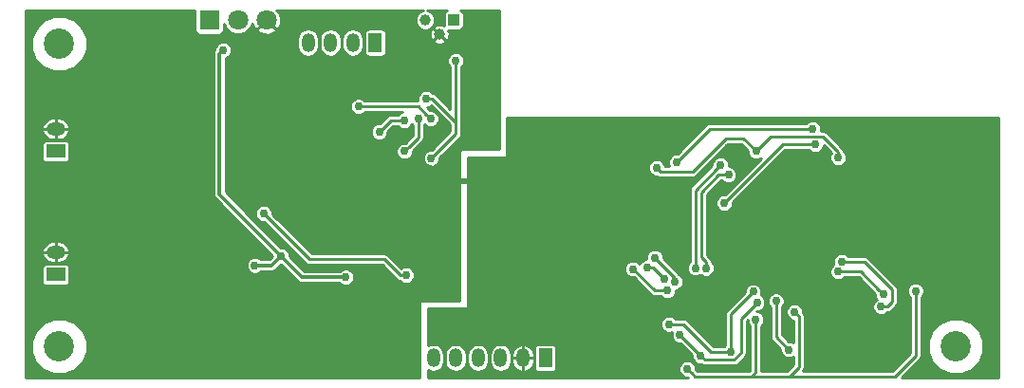
<source format=gbr>
G04 #@! TF.FileFunction,Copper,L2,Bot,Mixed*
%FSLAX46Y46*%
G04 Gerber Fmt 4.6, Leading zero omitted, Abs format (unit mm)*
G04 Created by KiCad (PCBNEW 4.0.7) date 11/13/17 09:47:40*
%MOMM*%
%LPD*%
G01*
G04 APERTURE LIST*
%ADD10C,0.100000*%
%ADD11R,1.200000X1.700000*%
%ADD12O,1.200000X1.700000*%
%ADD13C,2.700000*%
%ADD14R,1.700000X1.200000*%
%ADD15O,1.700000X1.200000*%
%ADD16R,1.800000X1.800000*%
%ADD17C,1.800000*%
%ADD18C,1.000000*%
%ADD19R,1.000000X1.000000*%
%ADD20C,0.750000*%
%ADD21C,0.500000*%
%ADD22C,0.250000*%
%ADD23C,0.300000*%
%ADD24C,0.254000*%
G04 APERTURE END LIST*
D10*
D11*
X114400000Y-74400000D03*
D12*
X112400000Y-74400000D03*
X110400000Y-74400000D03*
X108400000Y-74400000D03*
D13*
X166200000Y-101500000D03*
X86200000Y-101500000D03*
D14*
X85900000Y-95100000D03*
D15*
X85900000Y-93100000D03*
D11*
X129575000Y-102550000D03*
D12*
X127575000Y-102550000D03*
X125575000Y-102550000D03*
X123575000Y-102550000D03*
X121575000Y-102550000D03*
X119575000Y-102550000D03*
D16*
X99600000Y-72400000D03*
D17*
X104680000Y-72400000D03*
X102140000Y-72400000D03*
D18*
X120130000Y-73670000D03*
X118860000Y-72400000D03*
D19*
X121400000Y-72400000D03*
D14*
X85900000Y-84100000D03*
D15*
X85900000Y-82100000D03*
D13*
X86200000Y-74500000D03*
D20*
X161647987Y-89091017D03*
X160050000Y-90250000D03*
X158274941Y-90274668D03*
X111167384Y-96285193D03*
X159150000Y-102850000D03*
X168700000Y-84400000D03*
X158700000Y-83750000D03*
X151950000Y-92500000D03*
X149550000Y-90900000D03*
X151700000Y-87850000D03*
X153500000Y-87850000D03*
X154250000Y-89900000D03*
X149750000Y-87900000D03*
X149700000Y-92350000D03*
X154200000Y-92400000D03*
X106550000Y-89500000D03*
X157350000Y-87600000D03*
X159000000Y-87600000D03*
X160200000Y-86450000D03*
X160200000Y-84400000D03*
X160200000Y-81900000D03*
X157650000Y-81900000D03*
X164450000Y-98000000D03*
X168700000Y-99200000D03*
X168700000Y-96700000D03*
X168700000Y-94200000D03*
X168700000Y-91700000D03*
X163700000Y-89200000D03*
X168700000Y-89200000D03*
X168700000Y-86900000D03*
X166200000Y-86900000D03*
X163700000Y-86900000D03*
X163700000Y-84400000D03*
X166200000Y-84400000D03*
X168700000Y-81900000D03*
X166200000Y-81900000D03*
X163700000Y-81900000D03*
X155550000Y-81900000D03*
X143525000Y-96925000D03*
X143525000Y-98825000D03*
X144700000Y-95469697D03*
X160192659Y-95028558D03*
X154242798Y-88702708D03*
X154500000Y-102550000D03*
X137080000Y-88370000D03*
X146874998Y-95000000D03*
X129600000Y-87150000D03*
X145850000Y-83800000D03*
X164400000Y-92650000D03*
X112954653Y-78754812D03*
X123900000Y-78050000D03*
X122650000Y-80200000D03*
X132900000Y-101950000D03*
X111500000Y-100050000D03*
X116350000Y-98050000D03*
X104850000Y-101100000D03*
X106200000Y-95975002D03*
X107150000Y-82100000D03*
X103654847Y-94276660D03*
X111772868Y-95335905D03*
X100850000Y-75050000D03*
X106000000Y-93450000D03*
X142235036Y-103509640D03*
X148356173Y-99124216D03*
X155700000Y-84675002D03*
X139500000Y-85550000D03*
X148375002Y-84100000D03*
X151800000Y-98424998D03*
X162600000Y-96550000D03*
X119400000Y-84700000D03*
X121600000Y-76000000D03*
X118950000Y-79400000D03*
X104450000Y-89650000D03*
X117150000Y-95150000D03*
X153644736Y-83505913D03*
X145538250Y-88711335D03*
X153428871Y-82077721D03*
X141305746Y-85056661D03*
X140454423Y-96542845D03*
X137401698Y-94601921D03*
X140215332Y-95512156D03*
X138662900Y-94499156D03*
X141140829Y-95726579D03*
X139342591Y-93585011D03*
X143421731Y-102342267D03*
X141587540Y-100483335D03*
X148450000Y-97600000D03*
X146111942Y-102013907D03*
X140600000Y-99525002D03*
X148112178Y-96629933D03*
X159735796Y-96849322D03*
X155700000Y-94850000D03*
X150149987Y-97469682D03*
X151300000Y-101800000D03*
X119328343Y-81192289D03*
X112900000Y-80100000D03*
X114751369Y-82368560D03*
X116969985Y-81350011D03*
X145212175Y-85324679D03*
X142948434Y-94520044D03*
X143916066Y-94531261D03*
X145910984Y-86200022D03*
X117000000Y-84100056D03*
X118250000Y-81200000D03*
X156016180Y-93954157D03*
X159530025Y-97969975D03*
D21*
X128719670Y-86800000D02*
X109250000Y-86800000D01*
X109250000Y-86800000D02*
X106550000Y-89500000D01*
X129600000Y-87150000D02*
X129069670Y-87150000D01*
X129069670Y-87150000D02*
X128719670Y-86800000D01*
D22*
X154617797Y-88327709D02*
X154242798Y-88702708D01*
X122650000Y-80200000D02*
X122650000Y-79300000D01*
X122650000Y-79300000D02*
X123900000Y-78050000D01*
D23*
X106000000Y-93450000D02*
X100507262Y-87957262D01*
X100507262Y-87957262D02*
X100507262Y-75392738D01*
X100507262Y-75392738D02*
X100850000Y-75050000D01*
X104185177Y-94276660D02*
X103654847Y-94276660D01*
X105173340Y-94276660D02*
X104185177Y-94276660D01*
X106000000Y-93450000D02*
X105173340Y-94276660D01*
X111242538Y-95335905D02*
X111772868Y-95335905D01*
X107885905Y-95335905D02*
X111242538Y-95335905D01*
X106000000Y-93450000D02*
X107885905Y-95335905D01*
D22*
X148000000Y-104175000D02*
X142900396Y-104175000D01*
X142610035Y-103884639D02*
X142235036Y-103509640D01*
X142900396Y-104175000D02*
X142610035Y-103884639D01*
X148000000Y-104175000D02*
X148000000Y-104172990D01*
X148000000Y-104172990D02*
X148356173Y-103816817D01*
X148356173Y-103816817D02*
X148356173Y-99654546D01*
X148356173Y-99654546D02*
X148356173Y-99124216D01*
X155700000Y-84675002D02*
X155700000Y-84144672D01*
X155700000Y-84144672D02*
X154361240Y-82805912D01*
X154361240Y-82805912D02*
X149669090Y-82805912D01*
X149669090Y-82805912D02*
X148750001Y-83725001D01*
X148750001Y-83725001D02*
X148375002Y-84100000D01*
X151325000Y-104175000D02*
X148000000Y-104175000D01*
X160750000Y-104175000D02*
X151325000Y-104175000D01*
X151800000Y-98424998D02*
X152174999Y-98799997D01*
X152174999Y-98799997D02*
X152174999Y-103325001D01*
X152174999Y-103325001D02*
X151325000Y-104175000D01*
X162600000Y-96550000D02*
X162600000Y-102325000D01*
X162600000Y-102325000D02*
X160750000Y-104175000D01*
X145663998Y-82950000D02*
X147225002Y-82950000D01*
X147225002Y-82950000D02*
X148375002Y-84100000D01*
X139500000Y-85550000D02*
X139874999Y-85924999D01*
X139874999Y-85924999D02*
X142688999Y-85924999D01*
X142688999Y-85924999D02*
X145663998Y-82950000D01*
X121600000Y-76000000D02*
X121600000Y-81550000D01*
X121600000Y-81550000D02*
X121600000Y-82500000D01*
X118950000Y-79400000D02*
X119480330Y-79400000D01*
X119480330Y-79400000D02*
X121600000Y-81519670D01*
X121600000Y-81519670D02*
X121600000Y-81550000D01*
X121600000Y-82500000D02*
X119400000Y-84700000D01*
X115219670Y-93750000D02*
X108550000Y-93750000D01*
X108550000Y-93750000D02*
X104450000Y-89650000D01*
X117150000Y-95150000D02*
X116619670Y-95150000D01*
X116619670Y-95150000D02*
X115219670Y-93750000D01*
X145538250Y-88711335D02*
X150743672Y-83505913D01*
X150743672Y-83505913D02*
X153644736Y-83505913D01*
X152898541Y-82077721D02*
X153428871Y-82077721D01*
X144284686Y-82077721D02*
X152898541Y-82077721D01*
X141305746Y-85056661D02*
X144284686Y-82077721D01*
X139924093Y-96542845D02*
X140454423Y-96542845D01*
X137401698Y-94601921D02*
X139342622Y-96542845D01*
X139342622Y-96542845D02*
X139924093Y-96542845D01*
X139840333Y-95137157D02*
X140215332Y-95512156D01*
X138662900Y-94499156D02*
X139202332Y-94499156D01*
X139202332Y-94499156D02*
X139840333Y-95137157D01*
X139342591Y-93585011D02*
X141140829Y-95383249D01*
X141140829Y-95383249D02*
X141140829Y-95726579D01*
X148450000Y-97600000D02*
X147010773Y-99039227D01*
X147010773Y-99039227D02*
X147010773Y-102107084D01*
X147010773Y-102107084D02*
X146400591Y-102717266D01*
X146400591Y-102717266D02*
X143796730Y-102717266D01*
X143796730Y-102717266D02*
X143421731Y-102342267D01*
X143421731Y-102317526D02*
X143421731Y-102342267D01*
X141587540Y-100483335D02*
X143421731Y-102317526D01*
X140600000Y-99525002D02*
X141876886Y-99525002D01*
X141876886Y-99525002D02*
X144365791Y-102013907D01*
X144365791Y-102013907D02*
X146111942Y-102013907D01*
X146111942Y-101483577D02*
X146111942Y-102013907D01*
X148112178Y-96629933D02*
X146111942Y-98630169D01*
X146111942Y-98630169D02*
X146111942Y-101483577D01*
X157736474Y-94850000D02*
X159360797Y-96474323D01*
X155700000Y-94850000D02*
X157736474Y-94850000D01*
X159360797Y-96474323D02*
X159735796Y-96849322D01*
X150149987Y-100649987D02*
X150149987Y-98000012D01*
X151300000Y-101800000D02*
X150149987Y-100649987D01*
X150149987Y-98000012D02*
X150149987Y-97469682D01*
X118236054Y-80100000D02*
X118953344Y-80817290D01*
X112900000Y-80100000D02*
X118236054Y-80100000D01*
X118953344Y-80817290D02*
X119328343Y-81192289D01*
X115126368Y-81993561D02*
X114751369Y-82368560D01*
X116969985Y-81350011D02*
X115769918Y-81350011D01*
X115769918Y-81350011D02*
X115126368Y-81993561D01*
X142948434Y-87588420D02*
X144837176Y-85699678D01*
X142948434Y-94520044D02*
X142948434Y-87588420D01*
X144837176Y-85699678D02*
X145212175Y-85324679D01*
X145910984Y-86200022D02*
X145040046Y-86200022D01*
X145040046Y-86200022D02*
X143482739Y-87757329D01*
X143482739Y-87757329D02*
X143482739Y-93567604D01*
X143482739Y-93567604D02*
X143916066Y-94000931D01*
X143916066Y-94000931D02*
X143916066Y-94531261D01*
X118250000Y-82850056D02*
X117374999Y-83725057D01*
X118250000Y-81200000D02*
X118250000Y-82850056D01*
X117374999Y-83725057D02*
X117000000Y-84100056D01*
X160533043Y-97497287D02*
X160533043Y-96416075D01*
X159530025Y-97969975D02*
X160060355Y-97969975D01*
X160060355Y-97969975D02*
X160533043Y-97497287D01*
X160533043Y-96416075D02*
X158071125Y-93954157D01*
X156546510Y-93954157D02*
X156016180Y-93954157D01*
X158071125Y-93954157D02*
X156546510Y-93954157D01*
D24*
G36*
X169973000Y-104273000D02*
X161367592Y-104273000D01*
X162957796Y-102682796D01*
X163067483Y-102518638D01*
X163106000Y-102325000D01*
X163106000Y-101990544D01*
X163722571Y-101990544D01*
X164098877Y-102901275D01*
X164795060Y-103598674D01*
X165705133Y-103976569D01*
X166690544Y-103977429D01*
X167601275Y-103601123D01*
X168298674Y-102904940D01*
X168676569Y-101994867D01*
X168677429Y-101009456D01*
X168301123Y-100098725D01*
X167604940Y-99401326D01*
X166694867Y-99023431D01*
X165709456Y-99022571D01*
X164798725Y-99398877D01*
X164101326Y-100095060D01*
X163723431Y-101005133D01*
X163722571Y-101990544D01*
X163106000Y-101990544D01*
X163106000Y-97113096D01*
X163240532Y-96978799D01*
X163355869Y-96701037D01*
X163356131Y-96400282D01*
X163241279Y-96122320D01*
X163028799Y-95909468D01*
X162751037Y-95794131D01*
X162450282Y-95793869D01*
X162172320Y-95908721D01*
X161959468Y-96121201D01*
X161844131Y-96398963D01*
X161843869Y-96699718D01*
X161958721Y-96977680D01*
X162094000Y-97113196D01*
X162094000Y-102115408D01*
X160540408Y-103669000D01*
X152542014Y-103669000D01*
X152642482Y-103518639D01*
X152680999Y-103325001D01*
X152680999Y-98799997D01*
X152642482Y-98606359D01*
X152555955Y-98476863D01*
X152556131Y-98275280D01*
X152441279Y-97997318D01*
X152228799Y-97784466D01*
X151951037Y-97669129D01*
X151650282Y-97668867D01*
X151372320Y-97783719D01*
X151159468Y-97996199D01*
X151044131Y-98273961D01*
X151043869Y-98574716D01*
X151158721Y-98852678D01*
X151371201Y-99065530D01*
X151648963Y-99180867D01*
X151668999Y-99180884D01*
X151668999Y-101134637D01*
X151451037Y-101044131D01*
X151259556Y-101043964D01*
X150655987Y-100440395D01*
X150655987Y-98032778D01*
X150790519Y-97898481D01*
X150905856Y-97620719D01*
X150906118Y-97319964D01*
X150791266Y-97042002D01*
X150578786Y-96829150D01*
X150301024Y-96713813D01*
X150000269Y-96713551D01*
X149722307Y-96828403D01*
X149509455Y-97040883D01*
X149394118Y-97318645D01*
X149393856Y-97619400D01*
X149508708Y-97897362D01*
X149643987Y-98032878D01*
X149643987Y-100649987D01*
X149682504Y-100843625D01*
X149792191Y-101007783D01*
X150544035Y-101759627D01*
X150543869Y-101949718D01*
X150658721Y-102227680D01*
X150871201Y-102440532D01*
X151148963Y-102555869D01*
X151449718Y-102556131D01*
X151668999Y-102465526D01*
X151668999Y-103115409D01*
X151115408Y-103669000D01*
X148862173Y-103669000D01*
X148862173Y-99687312D01*
X148996705Y-99553015D01*
X149112042Y-99275253D01*
X149112304Y-98974498D01*
X148997452Y-98696536D01*
X148784972Y-98483684D01*
X148507210Y-98368347D01*
X148397341Y-98368251D01*
X148409627Y-98355965D01*
X148599718Y-98356131D01*
X148877680Y-98241279D01*
X149090532Y-98028799D01*
X149205869Y-97751037D01*
X149206131Y-97450282D01*
X149091279Y-97172320D01*
X148878799Y-96959468D01*
X148806410Y-96929409D01*
X148868047Y-96780970D01*
X148868309Y-96480215D01*
X148753457Y-96202253D01*
X148540977Y-95989401D01*
X148263215Y-95874064D01*
X147962460Y-95873802D01*
X147684498Y-95988654D01*
X147471646Y-96201134D01*
X147356309Y-96478896D01*
X147356142Y-96670377D01*
X145754146Y-98272373D01*
X145644459Y-98436531D01*
X145605942Y-98630169D01*
X145605942Y-101450811D01*
X145548746Y-101507907D01*
X144575383Y-101507907D01*
X142234682Y-99167206D01*
X142070524Y-99057519D01*
X141876886Y-99019002D01*
X141163096Y-99019002D01*
X141028799Y-98884470D01*
X140751037Y-98769133D01*
X140450282Y-98768871D01*
X140172320Y-98883723D01*
X139959468Y-99096203D01*
X139844131Y-99373965D01*
X139843869Y-99674720D01*
X139958721Y-99952682D01*
X140171201Y-100165534D01*
X140448963Y-100280871D01*
X140749718Y-100281133D01*
X140874290Y-100229661D01*
X140831671Y-100332298D01*
X140831409Y-100633053D01*
X140946261Y-100911015D01*
X141158741Y-101123867D01*
X141436503Y-101239204D01*
X141627984Y-101239371D01*
X142665787Y-102277174D01*
X142665600Y-102491985D01*
X142780452Y-102769947D01*
X142992932Y-102982799D01*
X143270694Y-103098136D01*
X143473731Y-103098313D01*
X143603092Y-103184749D01*
X143796730Y-103223266D01*
X146400591Y-103223266D01*
X146594229Y-103184749D01*
X146758387Y-103075062D01*
X147368569Y-102464880D01*
X147430828Y-102371703D01*
X147478256Y-102300722D01*
X147516773Y-102107084D01*
X147516773Y-99248819D01*
X147600137Y-99165455D01*
X147600042Y-99273934D01*
X147714894Y-99551896D01*
X147850173Y-99687412D01*
X147850173Y-103607225D01*
X147788398Y-103669000D01*
X143109988Y-103669000D01*
X142991001Y-103550013D01*
X142991167Y-103359922D01*
X142876315Y-103081960D01*
X142663835Y-102869108D01*
X142386073Y-102753771D01*
X142085318Y-102753509D01*
X141807356Y-102868361D01*
X141594504Y-103080841D01*
X141479167Y-103358603D01*
X141478905Y-103659358D01*
X141593757Y-103937320D01*
X141806237Y-104150172D01*
X142083999Y-104265509D01*
X142275480Y-104265676D01*
X142282804Y-104273000D01*
X119077000Y-104273000D01*
X119077000Y-103648533D01*
X119199588Y-103730443D01*
X119575000Y-103805117D01*
X119950412Y-103730443D01*
X120268672Y-103517789D01*
X120481326Y-103199529D01*
X120556000Y-102824117D01*
X120556000Y-102275883D01*
X120594000Y-102275883D01*
X120594000Y-102824117D01*
X120668674Y-103199529D01*
X120881328Y-103517789D01*
X121199588Y-103730443D01*
X121575000Y-103805117D01*
X121950412Y-103730443D01*
X122268672Y-103517789D01*
X122481326Y-103199529D01*
X122556000Y-102824117D01*
X122556000Y-102275883D01*
X122594000Y-102275883D01*
X122594000Y-102824117D01*
X122668674Y-103199529D01*
X122881328Y-103517789D01*
X123199588Y-103730443D01*
X123575000Y-103805117D01*
X123950412Y-103730443D01*
X124268672Y-103517789D01*
X124481326Y-103199529D01*
X124556000Y-102824117D01*
X124556000Y-102275883D01*
X124594000Y-102275883D01*
X124594000Y-102824117D01*
X124668674Y-103199529D01*
X124881328Y-103517789D01*
X125199588Y-103730443D01*
X125575000Y-103805117D01*
X125950412Y-103730443D01*
X126268672Y-103517789D01*
X126481326Y-103199529D01*
X126556000Y-102824117D01*
X126556000Y-102550500D01*
X126593000Y-102550500D01*
X126593000Y-102800500D01*
X126667942Y-103176257D01*
X126880975Y-103494732D01*
X127199667Y-103707441D01*
X127420888Y-103769832D01*
X127574500Y-103686500D01*
X127574500Y-102550500D01*
X127575500Y-102550500D01*
X127575500Y-103686500D01*
X127729112Y-103769832D01*
X127950333Y-103707441D01*
X128269025Y-103494732D01*
X128482058Y-103176257D01*
X128557000Y-102800500D01*
X128557000Y-102550500D01*
X127575500Y-102550500D01*
X127574500Y-102550500D01*
X126593000Y-102550500D01*
X126556000Y-102550500D01*
X126556000Y-102299500D01*
X126593000Y-102299500D01*
X126593000Y-102549500D01*
X127574500Y-102549500D01*
X127574500Y-101413500D01*
X127575500Y-101413500D01*
X127575500Y-102549500D01*
X128557000Y-102549500D01*
X128557000Y-102299500D01*
X128482058Y-101923743D01*
X128332393Y-101700000D01*
X128586536Y-101700000D01*
X128586536Y-103400000D01*
X128613103Y-103541190D01*
X128696546Y-103670865D01*
X128823866Y-103757859D01*
X128975000Y-103788464D01*
X130175000Y-103788464D01*
X130316190Y-103761897D01*
X130445865Y-103678454D01*
X130532859Y-103551134D01*
X130563464Y-103400000D01*
X130563464Y-101700000D01*
X130536897Y-101558810D01*
X130453454Y-101429135D01*
X130326134Y-101342141D01*
X130175000Y-101311536D01*
X128975000Y-101311536D01*
X128833810Y-101338103D01*
X128704135Y-101421546D01*
X128617141Y-101548866D01*
X128586536Y-101700000D01*
X128332393Y-101700000D01*
X128269025Y-101605268D01*
X127950333Y-101392559D01*
X127729112Y-101330168D01*
X127575500Y-101413500D01*
X127574500Y-101413500D01*
X127420888Y-101330168D01*
X127199667Y-101392559D01*
X126880975Y-101605268D01*
X126667942Y-101923743D01*
X126593000Y-102299500D01*
X126556000Y-102299500D01*
X126556000Y-102275883D01*
X126481326Y-101900471D01*
X126268672Y-101582211D01*
X125950412Y-101369557D01*
X125575000Y-101294883D01*
X125199588Y-101369557D01*
X124881328Y-101582211D01*
X124668674Y-101900471D01*
X124594000Y-102275883D01*
X124556000Y-102275883D01*
X124481326Y-101900471D01*
X124268672Y-101582211D01*
X123950412Y-101369557D01*
X123575000Y-101294883D01*
X123199588Y-101369557D01*
X122881328Y-101582211D01*
X122668674Y-101900471D01*
X122594000Y-102275883D01*
X122556000Y-102275883D01*
X122481326Y-101900471D01*
X122268672Y-101582211D01*
X121950412Y-101369557D01*
X121575000Y-101294883D01*
X121199588Y-101369557D01*
X120881328Y-101582211D01*
X120668674Y-101900471D01*
X120594000Y-102275883D01*
X120556000Y-102275883D01*
X120481326Y-101900471D01*
X120268672Y-101582211D01*
X119950412Y-101369557D01*
X119575000Y-101294883D01*
X119199588Y-101369557D01*
X119077000Y-101451467D01*
X119077000Y-98127000D01*
X122500000Y-98127000D01*
X122549410Y-98116994D01*
X122591035Y-98088553D01*
X122618315Y-98046159D01*
X122627000Y-98000000D01*
X122627000Y-94751639D01*
X136645567Y-94751639D01*
X136760419Y-95029601D01*
X136972899Y-95242453D01*
X137250661Y-95357790D01*
X137442142Y-95357957D01*
X138984826Y-96900641D01*
X139148984Y-97010328D01*
X139342622Y-97048845D01*
X139891327Y-97048845D01*
X140025624Y-97183377D01*
X140303386Y-97298714D01*
X140604141Y-97298976D01*
X140882103Y-97184124D01*
X141094955Y-96971644D01*
X141210292Y-96693882D01*
X141210476Y-96482640D01*
X141290547Y-96482710D01*
X141568509Y-96367858D01*
X141781361Y-96155378D01*
X141896698Y-95877616D01*
X141896960Y-95576861D01*
X141782108Y-95298899D01*
X141569628Y-95086047D01*
X141527395Y-95068510D01*
X141498625Y-95025453D01*
X141142934Y-94669762D01*
X142192303Y-94669762D01*
X142307155Y-94947724D01*
X142519635Y-95160576D01*
X142797397Y-95275913D01*
X143098152Y-95276175D01*
X143376114Y-95161323D01*
X143426553Y-95110972D01*
X143487267Y-95171793D01*
X143765029Y-95287130D01*
X144065784Y-95287392D01*
X144343746Y-95172540D01*
X144516870Y-94999718D01*
X154943869Y-94999718D01*
X155058721Y-95277680D01*
X155271201Y-95490532D01*
X155548963Y-95605869D01*
X155849718Y-95606131D01*
X156127680Y-95491279D01*
X156263196Y-95356000D01*
X157526882Y-95356000D01*
X158979831Y-96808949D01*
X158979665Y-96999040D01*
X159094517Y-97277002D01*
X159133337Y-97315890D01*
X159102345Y-97328696D01*
X158889493Y-97541176D01*
X158774156Y-97818938D01*
X158773894Y-98119693D01*
X158888746Y-98397655D01*
X159101226Y-98610507D01*
X159378988Y-98725844D01*
X159679743Y-98726106D01*
X159957705Y-98611254D01*
X160101399Y-98467811D01*
X160253993Y-98437458D01*
X160418151Y-98327771D01*
X160890839Y-97855083D01*
X161000526Y-97690925D01*
X161039043Y-97497287D01*
X161039043Y-96416075D01*
X161000526Y-96222437D01*
X160890839Y-96058279D01*
X158428921Y-93596361D01*
X158264763Y-93486674D01*
X158071125Y-93448157D01*
X156579276Y-93448157D01*
X156444979Y-93313625D01*
X156167217Y-93198288D01*
X155866462Y-93198026D01*
X155588500Y-93312878D01*
X155375648Y-93525358D01*
X155260311Y-93803120D01*
X155260049Y-94103875D01*
X155298843Y-94197762D01*
X155272320Y-94208721D01*
X155059468Y-94421201D01*
X154944131Y-94698963D01*
X154943869Y-94999718D01*
X144516870Y-94999718D01*
X144556598Y-94960060D01*
X144671935Y-94682298D01*
X144672197Y-94381543D01*
X144557345Y-94103581D01*
X144413902Y-93959887D01*
X144383549Y-93807293D01*
X144273862Y-93643135D01*
X143988739Y-93358012D01*
X143988739Y-87966921D01*
X145249638Y-86706022D01*
X145347888Y-86706022D01*
X145482185Y-86840554D01*
X145759947Y-86955891D01*
X146060702Y-86956153D01*
X146338664Y-86841301D01*
X146551516Y-86628821D01*
X146666853Y-86351059D01*
X146667115Y-86050304D01*
X146552263Y-85772342D01*
X146339783Y-85559490D01*
X146062021Y-85444153D01*
X145968072Y-85444071D01*
X145968306Y-85174961D01*
X145853454Y-84896999D01*
X145640974Y-84684147D01*
X145363212Y-84568810D01*
X145062457Y-84568548D01*
X144784495Y-84683400D01*
X144571643Y-84895880D01*
X144456306Y-85173642D01*
X144456139Y-85365123D01*
X142590638Y-87230624D01*
X142480951Y-87394782D01*
X142442434Y-87588420D01*
X142442434Y-93956948D01*
X142307902Y-94091245D01*
X142192565Y-94369007D01*
X142192303Y-94669762D01*
X141142934Y-94669762D01*
X140098556Y-93625384D01*
X140098722Y-93435293D01*
X139983870Y-93157331D01*
X139771390Y-92944479D01*
X139493628Y-92829142D01*
X139192873Y-92828880D01*
X138914911Y-92943732D01*
X138702059Y-93156212D01*
X138586722Y-93433974D01*
X138586460Y-93734729D01*
X138589915Y-93743092D01*
X138513182Y-93743025D01*
X138235220Y-93857877D01*
X138022368Y-94070357D01*
X137997958Y-94129143D01*
X137830497Y-93961389D01*
X137552735Y-93846052D01*
X137251980Y-93845790D01*
X136974018Y-93960642D01*
X136761166Y-94173122D01*
X136645829Y-94450884D01*
X136645567Y-94751639D01*
X122627000Y-94751639D01*
X122627000Y-85699718D01*
X138743869Y-85699718D01*
X138858721Y-85977680D01*
X139071201Y-86190532D01*
X139348963Y-86305869D01*
X139552000Y-86306046D01*
X139681361Y-86392482D01*
X139874999Y-86430999D01*
X142688999Y-86430999D01*
X142882637Y-86392482D01*
X143046795Y-86282795D01*
X145873590Y-83456000D01*
X147015410Y-83456000D01*
X147619037Y-84059627D01*
X147618871Y-84249718D01*
X147733723Y-84527680D01*
X147946203Y-84740532D01*
X148223965Y-84855869D01*
X148524720Y-84856131D01*
X148785695Y-84748298D01*
X145578623Y-87955370D01*
X145388532Y-87955204D01*
X145110570Y-88070056D01*
X144897718Y-88282536D01*
X144782381Y-88560298D01*
X144782119Y-88861053D01*
X144896971Y-89139015D01*
X145109451Y-89351867D01*
X145387213Y-89467204D01*
X145687968Y-89467466D01*
X145965930Y-89352614D01*
X146178782Y-89140134D01*
X146294119Y-88862372D01*
X146294286Y-88670891D01*
X150953264Y-84011913D01*
X153081640Y-84011913D01*
X153215937Y-84146445D01*
X153493699Y-84261782D01*
X153794454Y-84262044D01*
X154072416Y-84147192D01*
X154285268Y-83934712D01*
X154400605Y-83656950D01*
X154400689Y-83560953D01*
X155072715Y-84232979D01*
X155059468Y-84246203D01*
X154944131Y-84523965D01*
X154943869Y-84824720D01*
X155058721Y-85102682D01*
X155271201Y-85315534D01*
X155548963Y-85430871D01*
X155849718Y-85431133D01*
X156127680Y-85316281D01*
X156340532Y-85103801D01*
X156455869Y-84826039D01*
X156456131Y-84525284D01*
X156341279Y-84247322D01*
X156197836Y-84103628D01*
X156167483Y-83951034D01*
X156057796Y-83786876D01*
X154719036Y-82448116D01*
X154554878Y-82338429D01*
X154361240Y-82299912D01*
X154155194Y-82299912D01*
X154184740Y-82228758D01*
X154185002Y-81928003D01*
X154070150Y-81650041D01*
X153857670Y-81437189D01*
X153579908Y-81321852D01*
X153279153Y-81321590D01*
X153001191Y-81436442D01*
X152865675Y-81571721D01*
X144284686Y-81571721D01*
X144091048Y-81610238D01*
X143926890Y-81719925D01*
X141346119Y-84300696D01*
X141156028Y-84300530D01*
X140878066Y-84415382D01*
X140665214Y-84627862D01*
X140549877Y-84905624D01*
X140549615Y-85206379D01*
X140637468Y-85418999D01*
X140256115Y-85418999D01*
X140256131Y-85400282D01*
X140141279Y-85122320D01*
X139928799Y-84909468D01*
X139651037Y-84794131D01*
X139350282Y-84793869D01*
X139072320Y-84908721D01*
X138859468Y-85121201D01*
X138744131Y-85398963D01*
X138743869Y-85699718D01*
X122627000Y-85699718D01*
X122627000Y-84627000D01*
X126050000Y-84627000D01*
X126099410Y-84616994D01*
X126141035Y-84588553D01*
X126168315Y-84546159D01*
X126177000Y-84500000D01*
X126177000Y-81127000D01*
X169973000Y-81127000D01*
X169973000Y-104273000D01*
X169973000Y-104273000D01*
G37*
X169973000Y-104273000D02*
X161367592Y-104273000D01*
X162957796Y-102682796D01*
X163067483Y-102518638D01*
X163106000Y-102325000D01*
X163106000Y-101990544D01*
X163722571Y-101990544D01*
X164098877Y-102901275D01*
X164795060Y-103598674D01*
X165705133Y-103976569D01*
X166690544Y-103977429D01*
X167601275Y-103601123D01*
X168298674Y-102904940D01*
X168676569Y-101994867D01*
X168677429Y-101009456D01*
X168301123Y-100098725D01*
X167604940Y-99401326D01*
X166694867Y-99023431D01*
X165709456Y-99022571D01*
X164798725Y-99398877D01*
X164101326Y-100095060D01*
X163723431Y-101005133D01*
X163722571Y-101990544D01*
X163106000Y-101990544D01*
X163106000Y-97113096D01*
X163240532Y-96978799D01*
X163355869Y-96701037D01*
X163356131Y-96400282D01*
X163241279Y-96122320D01*
X163028799Y-95909468D01*
X162751037Y-95794131D01*
X162450282Y-95793869D01*
X162172320Y-95908721D01*
X161959468Y-96121201D01*
X161844131Y-96398963D01*
X161843869Y-96699718D01*
X161958721Y-96977680D01*
X162094000Y-97113196D01*
X162094000Y-102115408D01*
X160540408Y-103669000D01*
X152542014Y-103669000D01*
X152642482Y-103518639D01*
X152680999Y-103325001D01*
X152680999Y-98799997D01*
X152642482Y-98606359D01*
X152555955Y-98476863D01*
X152556131Y-98275280D01*
X152441279Y-97997318D01*
X152228799Y-97784466D01*
X151951037Y-97669129D01*
X151650282Y-97668867D01*
X151372320Y-97783719D01*
X151159468Y-97996199D01*
X151044131Y-98273961D01*
X151043869Y-98574716D01*
X151158721Y-98852678D01*
X151371201Y-99065530D01*
X151648963Y-99180867D01*
X151668999Y-99180884D01*
X151668999Y-101134637D01*
X151451037Y-101044131D01*
X151259556Y-101043964D01*
X150655987Y-100440395D01*
X150655987Y-98032778D01*
X150790519Y-97898481D01*
X150905856Y-97620719D01*
X150906118Y-97319964D01*
X150791266Y-97042002D01*
X150578786Y-96829150D01*
X150301024Y-96713813D01*
X150000269Y-96713551D01*
X149722307Y-96828403D01*
X149509455Y-97040883D01*
X149394118Y-97318645D01*
X149393856Y-97619400D01*
X149508708Y-97897362D01*
X149643987Y-98032878D01*
X149643987Y-100649987D01*
X149682504Y-100843625D01*
X149792191Y-101007783D01*
X150544035Y-101759627D01*
X150543869Y-101949718D01*
X150658721Y-102227680D01*
X150871201Y-102440532D01*
X151148963Y-102555869D01*
X151449718Y-102556131D01*
X151668999Y-102465526D01*
X151668999Y-103115409D01*
X151115408Y-103669000D01*
X148862173Y-103669000D01*
X148862173Y-99687312D01*
X148996705Y-99553015D01*
X149112042Y-99275253D01*
X149112304Y-98974498D01*
X148997452Y-98696536D01*
X148784972Y-98483684D01*
X148507210Y-98368347D01*
X148397341Y-98368251D01*
X148409627Y-98355965D01*
X148599718Y-98356131D01*
X148877680Y-98241279D01*
X149090532Y-98028799D01*
X149205869Y-97751037D01*
X149206131Y-97450282D01*
X149091279Y-97172320D01*
X148878799Y-96959468D01*
X148806410Y-96929409D01*
X148868047Y-96780970D01*
X148868309Y-96480215D01*
X148753457Y-96202253D01*
X148540977Y-95989401D01*
X148263215Y-95874064D01*
X147962460Y-95873802D01*
X147684498Y-95988654D01*
X147471646Y-96201134D01*
X147356309Y-96478896D01*
X147356142Y-96670377D01*
X145754146Y-98272373D01*
X145644459Y-98436531D01*
X145605942Y-98630169D01*
X145605942Y-101450811D01*
X145548746Y-101507907D01*
X144575383Y-101507907D01*
X142234682Y-99167206D01*
X142070524Y-99057519D01*
X141876886Y-99019002D01*
X141163096Y-99019002D01*
X141028799Y-98884470D01*
X140751037Y-98769133D01*
X140450282Y-98768871D01*
X140172320Y-98883723D01*
X139959468Y-99096203D01*
X139844131Y-99373965D01*
X139843869Y-99674720D01*
X139958721Y-99952682D01*
X140171201Y-100165534D01*
X140448963Y-100280871D01*
X140749718Y-100281133D01*
X140874290Y-100229661D01*
X140831671Y-100332298D01*
X140831409Y-100633053D01*
X140946261Y-100911015D01*
X141158741Y-101123867D01*
X141436503Y-101239204D01*
X141627984Y-101239371D01*
X142665787Y-102277174D01*
X142665600Y-102491985D01*
X142780452Y-102769947D01*
X142992932Y-102982799D01*
X143270694Y-103098136D01*
X143473731Y-103098313D01*
X143603092Y-103184749D01*
X143796730Y-103223266D01*
X146400591Y-103223266D01*
X146594229Y-103184749D01*
X146758387Y-103075062D01*
X147368569Y-102464880D01*
X147430828Y-102371703D01*
X147478256Y-102300722D01*
X147516773Y-102107084D01*
X147516773Y-99248819D01*
X147600137Y-99165455D01*
X147600042Y-99273934D01*
X147714894Y-99551896D01*
X147850173Y-99687412D01*
X147850173Y-103607225D01*
X147788398Y-103669000D01*
X143109988Y-103669000D01*
X142991001Y-103550013D01*
X142991167Y-103359922D01*
X142876315Y-103081960D01*
X142663835Y-102869108D01*
X142386073Y-102753771D01*
X142085318Y-102753509D01*
X141807356Y-102868361D01*
X141594504Y-103080841D01*
X141479167Y-103358603D01*
X141478905Y-103659358D01*
X141593757Y-103937320D01*
X141806237Y-104150172D01*
X142083999Y-104265509D01*
X142275480Y-104265676D01*
X142282804Y-104273000D01*
X119077000Y-104273000D01*
X119077000Y-103648533D01*
X119199588Y-103730443D01*
X119575000Y-103805117D01*
X119950412Y-103730443D01*
X120268672Y-103517789D01*
X120481326Y-103199529D01*
X120556000Y-102824117D01*
X120556000Y-102275883D01*
X120594000Y-102275883D01*
X120594000Y-102824117D01*
X120668674Y-103199529D01*
X120881328Y-103517789D01*
X121199588Y-103730443D01*
X121575000Y-103805117D01*
X121950412Y-103730443D01*
X122268672Y-103517789D01*
X122481326Y-103199529D01*
X122556000Y-102824117D01*
X122556000Y-102275883D01*
X122594000Y-102275883D01*
X122594000Y-102824117D01*
X122668674Y-103199529D01*
X122881328Y-103517789D01*
X123199588Y-103730443D01*
X123575000Y-103805117D01*
X123950412Y-103730443D01*
X124268672Y-103517789D01*
X124481326Y-103199529D01*
X124556000Y-102824117D01*
X124556000Y-102275883D01*
X124594000Y-102275883D01*
X124594000Y-102824117D01*
X124668674Y-103199529D01*
X124881328Y-103517789D01*
X125199588Y-103730443D01*
X125575000Y-103805117D01*
X125950412Y-103730443D01*
X126268672Y-103517789D01*
X126481326Y-103199529D01*
X126556000Y-102824117D01*
X126556000Y-102550500D01*
X126593000Y-102550500D01*
X126593000Y-102800500D01*
X126667942Y-103176257D01*
X126880975Y-103494732D01*
X127199667Y-103707441D01*
X127420888Y-103769832D01*
X127574500Y-103686500D01*
X127574500Y-102550500D01*
X127575500Y-102550500D01*
X127575500Y-103686500D01*
X127729112Y-103769832D01*
X127950333Y-103707441D01*
X128269025Y-103494732D01*
X128482058Y-103176257D01*
X128557000Y-102800500D01*
X128557000Y-102550500D01*
X127575500Y-102550500D01*
X127574500Y-102550500D01*
X126593000Y-102550500D01*
X126556000Y-102550500D01*
X126556000Y-102299500D01*
X126593000Y-102299500D01*
X126593000Y-102549500D01*
X127574500Y-102549500D01*
X127574500Y-101413500D01*
X127575500Y-101413500D01*
X127575500Y-102549500D01*
X128557000Y-102549500D01*
X128557000Y-102299500D01*
X128482058Y-101923743D01*
X128332393Y-101700000D01*
X128586536Y-101700000D01*
X128586536Y-103400000D01*
X128613103Y-103541190D01*
X128696546Y-103670865D01*
X128823866Y-103757859D01*
X128975000Y-103788464D01*
X130175000Y-103788464D01*
X130316190Y-103761897D01*
X130445865Y-103678454D01*
X130532859Y-103551134D01*
X130563464Y-103400000D01*
X130563464Y-101700000D01*
X130536897Y-101558810D01*
X130453454Y-101429135D01*
X130326134Y-101342141D01*
X130175000Y-101311536D01*
X128975000Y-101311536D01*
X128833810Y-101338103D01*
X128704135Y-101421546D01*
X128617141Y-101548866D01*
X128586536Y-101700000D01*
X128332393Y-101700000D01*
X128269025Y-101605268D01*
X127950333Y-101392559D01*
X127729112Y-101330168D01*
X127575500Y-101413500D01*
X127574500Y-101413500D01*
X127420888Y-101330168D01*
X127199667Y-101392559D01*
X126880975Y-101605268D01*
X126667942Y-101923743D01*
X126593000Y-102299500D01*
X126556000Y-102299500D01*
X126556000Y-102275883D01*
X126481326Y-101900471D01*
X126268672Y-101582211D01*
X125950412Y-101369557D01*
X125575000Y-101294883D01*
X125199588Y-101369557D01*
X124881328Y-101582211D01*
X124668674Y-101900471D01*
X124594000Y-102275883D01*
X124556000Y-102275883D01*
X124481326Y-101900471D01*
X124268672Y-101582211D01*
X123950412Y-101369557D01*
X123575000Y-101294883D01*
X123199588Y-101369557D01*
X122881328Y-101582211D01*
X122668674Y-101900471D01*
X122594000Y-102275883D01*
X122556000Y-102275883D01*
X122481326Y-101900471D01*
X122268672Y-101582211D01*
X121950412Y-101369557D01*
X121575000Y-101294883D01*
X121199588Y-101369557D01*
X120881328Y-101582211D01*
X120668674Y-101900471D01*
X120594000Y-102275883D01*
X120556000Y-102275883D01*
X120481326Y-101900471D01*
X120268672Y-101582211D01*
X119950412Y-101369557D01*
X119575000Y-101294883D01*
X119199588Y-101369557D01*
X119077000Y-101451467D01*
X119077000Y-98127000D01*
X122500000Y-98127000D01*
X122549410Y-98116994D01*
X122591035Y-98088553D01*
X122618315Y-98046159D01*
X122627000Y-98000000D01*
X122627000Y-94751639D01*
X136645567Y-94751639D01*
X136760419Y-95029601D01*
X136972899Y-95242453D01*
X137250661Y-95357790D01*
X137442142Y-95357957D01*
X138984826Y-96900641D01*
X139148984Y-97010328D01*
X139342622Y-97048845D01*
X139891327Y-97048845D01*
X140025624Y-97183377D01*
X140303386Y-97298714D01*
X140604141Y-97298976D01*
X140882103Y-97184124D01*
X141094955Y-96971644D01*
X141210292Y-96693882D01*
X141210476Y-96482640D01*
X141290547Y-96482710D01*
X141568509Y-96367858D01*
X141781361Y-96155378D01*
X141896698Y-95877616D01*
X141896960Y-95576861D01*
X141782108Y-95298899D01*
X141569628Y-95086047D01*
X141527395Y-95068510D01*
X141498625Y-95025453D01*
X141142934Y-94669762D01*
X142192303Y-94669762D01*
X142307155Y-94947724D01*
X142519635Y-95160576D01*
X142797397Y-95275913D01*
X143098152Y-95276175D01*
X143376114Y-95161323D01*
X143426553Y-95110972D01*
X143487267Y-95171793D01*
X143765029Y-95287130D01*
X144065784Y-95287392D01*
X144343746Y-95172540D01*
X144516870Y-94999718D01*
X154943869Y-94999718D01*
X155058721Y-95277680D01*
X155271201Y-95490532D01*
X155548963Y-95605869D01*
X155849718Y-95606131D01*
X156127680Y-95491279D01*
X156263196Y-95356000D01*
X157526882Y-95356000D01*
X158979831Y-96808949D01*
X158979665Y-96999040D01*
X159094517Y-97277002D01*
X159133337Y-97315890D01*
X159102345Y-97328696D01*
X158889493Y-97541176D01*
X158774156Y-97818938D01*
X158773894Y-98119693D01*
X158888746Y-98397655D01*
X159101226Y-98610507D01*
X159378988Y-98725844D01*
X159679743Y-98726106D01*
X159957705Y-98611254D01*
X160101399Y-98467811D01*
X160253993Y-98437458D01*
X160418151Y-98327771D01*
X160890839Y-97855083D01*
X161000526Y-97690925D01*
X161039043Y-97497287D01*
X161039043Y-96416075D01*
X161000526Y-96222437D01*
X160890839Y-96058279D01*
X158428921Y-93596361D01*
X158264763Y-93486674D01*
X158071125Y-93448157D01*
X156579276Y-93448157D01*
X156444979Y-93313625D01*
X156167217Y-93198288D01*
X155866462Y-93198026D01*
X155588500Y-93312878D01*
X155375648Y-93525358D01*
X155260311Y-93803120D01*
X155260049Y-94103875D01*
X155298843Y-94197762D01*
X155272320Y-94208721D01*
X155059468Y-94421201D01*
X154944131Y-94698963D01*
X154943869Y-94999718D01*
X144516870Y-94999718D01*
X144556598Y-94960060D01*
X144671935Y-94682298D01*
X144672197Y-94381543D01*
X144557345Y-94103581D01*
X144413902Y-93959887D01*
X144383549Y-93807293D01*
X144273862Y-93643135D01*
X143988739Y-93358012D01*
X143988739Y-87966921D01*
X145249638Y-86706022D01*
X145347888Y-86706022D01*
X145482185Y-86840554D01*
X145759947Y-86955891D01*
X146060702Y-86956153D01*
X146338664Y-86841301D01*
X146551516Y-86628821D01*
X146666853Y-86351059D01*
X146667115Y-86050304D01*
X146552263Y-85772342D01*
X146339783Y-85559490D01*
X146062021Y-85444153D01*
X145968072Y-85444071D01*
X145968306Y-85174961D01*
X145853454Y-84896999D01*
X145640974Y-84684147D01*
X145363212Y-84568810D01*
X145062457Y-84568548D01*
X144784495Y-84683400D01*
X144571643Y-84895880D01*
X144456306Y-85173642D01*
X144456139Y-85365123D01*
X142590638Y-87230624D01*
X142480951Y-87394782D01*
X142442434Y-87588420D01*
X142442434Y-93956948D01*
X142307902Y-94091245D01*
X142192565Y-94369007D01*
X142192303Y-94669762D01*
X141142934Y-94669762D01*
X140098556Y-93625384D01*
X140098722Y-93435293D01*
X139983870Y-93157331D01*
X139771390Y-92944479D01*
X139493628Y-92829142D01*
X139192873Y-92828880D01*
X138914911Y-92943732D01*
X138702059Y-93156212D01*
X138586722Y-93433974D01*
X138586460Y-93734729D01*
X138589915Y-93743092D01*
X138513182Y-93743025D01*
X138235220Y-93857877D01*
X138022368Y-94070357D01*
X137997958Y-94129143D01*
X137830497Y-93961389D01*
X137552735Y-93846052D01*
X137251980Y-93845790D01*
X136974018Y-93960642D01*
X136761166Y-94173122D01*
X136645829Y-94450884D01*
X136645567Y-94751639D01*
X122627000Y-94751639D01*
X122627000Y-85699718D01*
X138743869Y-85699718D01*
X138858721Y-85977680D01*
X139071201Y-86190532D01*
X139348963Y-86305869D01*
X139552000Y-86306046D01*
X139681361Y-86392482D01*
X139874999Y-86430999D01*
X142688999Y-86430999D01*
X142882637Y-86392482D01*
X143046795Y-86282795D01*
X145873590Y-83456000D01*
X147015410Y-83456000D01*
X147619037Y-84059627D01*
X147618871Y-84249718D01*
X147733723Y-84527680D01*
X147946203Y-84740532D01*
X148223965Y-84855869D01*
X148524720Y-84856131D01*
X148785695Y-84748298D01*
X145578623Y-87955370D01*
X145388532Y-87955204D01*
X145110570Y-88070056D01*
X144897718Y-88282536D01*
X144782381Y-88560298D01*
X144782119Y-88861053D01*
X144896971Y-89139015D01*
X145109451Y-89351867D01*
X145387213Y-89467204D01*
X145687968Y-89467466D01*
X145965930Y-89352614D01*
X146178782Y-89140134D01*
X146294119Y-88862372D01*
X146294286Y-88670891D01*
X150953264Y-84011913D01*
X153081640Y-84011913D01*
X153215937Y-84146445D01*
X153493699Y-84261782D01*
X153794454Y-84262044D01*
X154072416Y-84147192D01*
X154285268Y-83934712D01*
X154400605Y-83656950D01*
X154400689Y-83560953D01*
X155072715Y-84232979D01*
X155059468Y-84246203D01*
X154944131Y-84523965D01*
X154943869Y-84824720D01*
X155058721Y-85102682D01*
X155271201Y-85315534D01*
X155548963Y-85430871D01*
X155849718Y-85431133D01*
X156127680Y-85316281D01*
X156340532Y-85103801D01*
X156455869Y-84826039D01*
X156456131Y-84525284D01*
X156341279Y-84247322D01*
X156197836Y-84103628D01*
X156167483Y-83951034D01*
X156057796Y-83786876D01*
X154719036Y-82448116D01*
X154554878Y-82338429D01*
X154361240Y-82299912D01*
X154155194Y-82299912D01*
X154184740Y-82228758D01*
X154185002Y-81928003D01*
X154070150Y-81650041D01*
X153857670Y-81437189D01*
X153579908Y-81321852D01*
X153279153Y-81321590D01*
X153001191Y-81436442D01*
X152865675Y-81571721D01*
X144284686Y-81571721D01*
X144091048Y-81610238D01*
X143926890Y-81719925D01*
X141346119Y-84300696D01*
X141156028Y-84300530D01*
X140878066Y-84415382D01*
X140665214Y-84627862D01*
X140549877Y-84905624D01*
X140549615Y-85206379D01*
X140637468Y-85418999D01*
X140256115Y-85418999D01*
X140256131Y-85400282D01*
X140141279Y-85122320D01*
X139928799Y-84909468D01*
X139651037Y-84794131D01*
X139350282Y-84793869D01*
X139072320Y-84908721D01*
X138859468Y-85121201D01*
X138744131Y-85398963D01*
X138743869Y-85699718D01*
X122627000Y-85699718D01*
X122627000Y-84627000D01*
X126050000Y-84627000D01*
X126099410Y-84616994D01*
X126141035Y-84588553D01*
X126168315Y-84546159D01*
X126177000Y-84500000D01*
X126177000Y-81127000D01*
X169973000Y-81127000D01*
X169973000Y-104273000D01*
G36*
X98311536Y-73300000D02*
X98338103Y-73441190D01*
X98421546Y-73570865D01*
X98548866Y-73657859D01*
X98700000Y-73688464D01*
X100500000Y-73688464D01*
X100641190Y-73661897D01*
X100770865Y-73578454D01*
X100857859Y-73451134D01*
X100888464Y-73300000D01*
X100888464Y-72725534D01*
X101053388Y-73124680D01*
X101413425Y-73485345D01*
X101884076Y-73680777D01*
X102393689Y-73681222D01*
X102864680Y-73486612D01*
X103094597Y-73257095D01*
X103823612Y-73257095D01*
X103912101Y-73457773D01*
X104375347Y-73671117D01*
X104884972Y-73690945D01*
X105363393Y-73514238D01*
X105447899Y-73457773D01*
X105536388Y-73257095D01*
X104680000Y-72400707D01*
X103823612Y-73257095D01*
X103094597Y-73257095D01*
X103225345Y-73126575D01*
X103413948Y-72672369D01*
X103565762Y-73083393D01*
X103622227Y-73167899D01*
X103822905Y-73256388D01*
X104679293Y-72400000D01*
X104665151Y-72385858D01*
X104665858Y-72385151D01*
X104680000Y-72399293D01*
X104694143Y-72385151D01*
X104694850Y-72385858D01*
X104680707Y-72400000D01*
X105537095Y-73256388D01*
X105737773Y-73167899D01*
X105951117Y-72704653D01*
X105970945Y-72195028D01*
X105794238Y-71716607D01*
X105737773Y-71632101D01*
X105537097Y-71543613D01*
X105553710Y-71527000D01*
X118665795Y-71527000D01*
X118361605Y-71652689D01*
X118113560Y-71900302D01*
X117979153Y-72223989D01*
X117978847Y-72574473D01*
X118112689Y-72898395D01*
X118360302Y-73146440D01*
X118683989Y-73280847D01*
X119034473Y-73281153D01*
X119358395Y-73147311D01*
X119606440Y-72899698D01*
X119740847Y-72576011D01*
X119741153Y-72225527D01*
X119607311Y-71901605D01*
X119359698Y-71653560D01*
X119054909Y-71527000D01*
X120817817Y-71527000D01*
X120758810Y-71538103D01*
X120629135Y-71621546D01*
X120542141Y-71748866D01*
X120511536Y-71900000D01*
X120511536Y-72874670D01*
X120339446Y-72795452D01*
X119988828Y-72781871D01*
X119659701Y-72903500D01*
X119601822Y-72942174D01*
X119561996Y-73101289D01*
X120130000Y-73669293D01*
X120144143Y-73655151D01*
X120144850Y-73655858D01*
X120130707Y-73670000D01*
X120698711Y-74238004D01*
X120857826Y-74198178D01*
X121004548Y-73879446D01*
X121018129Y-73528828D01*
X120929302Y-73288464D01*
X121900000Y-73288464D01*
X122041190Y-73261897D01*
X122170865Y-73178454D01*
X122257859Y-73051134D01*
X122288464Y-72900000D01*
X122288464Y-71900000D01*
X122261897Y-71758810D01*
X122178454Y-71629135D01*
X122051134Y-71542141D01*
X121976365Y-71527000D01*
X125473000Y-71527000D01*
X125473000Y-83923000D01*
X122050000Y-83923000D01*
X122000590Y-83933006D01*
X121958965Y-83961447D01*
X121931685Y-84003841D01*
X121923000Y-84050000D01*
X121923000Y-97423000D01*
X118500000Y-97423000D01*
X118450590Y-97433006D01*
X118408965Y-97461447D01*
X118381685Y-97503841D01*
X118373000Y-97550000D01*
X118373000Y-104273000D01*
X83227000Y-104273000D01*
X83227000Y-101990544D01*
X83722571Y-101990544D01*
X84098877Y-102901275D01*
X84795060Y-103598674D01*
X85705133Y-103976569D01*
X86690544Y-103977429D01*
X87601275Y-103601123D01*
X88298674Y-102904940D01*
X88676569Y-101994867D01*
X88677429Y-101009456D01*
X88301123Y-100098725D01*
X87604940Y-99401326D01*
X86694867Y-99023431D01*
X85709456Y-99022571D01*
X84798725Y-99398877D01*
X84101326Y-100095060D01*
X83723431Y-101005133D01*
X83722571Y-101990544D01*
X83227000Y-101990544D01*
X83227000Y-94500000D01*
X84661536Y-94500000D01*
X84661536Y-95700000D01*
X84688103Y-95841190D01*
X84771546Y-95970865D01*
X84898866Y-96057859D01*
X85050000Y-96088464D01*
X86750000Y-96088464D01*
X86891190Y-96061897D01*
X87020865Y-95978454D01*
X87107859Y-95851134D01*
X87138464Y-95700000D01*
X87138464Y-94500000D01*
X87111897Y-94358810D01*
X87028454Y-94229135D01*
X86901134Y-94142141D01*
X86750000Y-94111536D01*
X85050000Y-94111536D01*
X84908810Y-94138103D01*
X84779135Y-94221546D01*
X84692141Y-94348866D01*
X84661536Y-94500000D01*
X83227000Y-94500000D01*
X83227000Y-93254112D01*
X84680168Y-93254112D01*
X84742559Y-93475333D01*
X84955268Y-93794025D01*
X85273743Y-94007058D01*
X85649500Y-94082000D01*
X85899500Y-94082000D01*
X85899500Y-93100500D01*
X85900500Y-93100500D01*
X85900500Y-94082000D01*
X86150500Y-94082000D01*
X86526257Y-94007058D01*
X86844732Y-93794025D01*
X87057441Y-93475333D01*
X87119832Y-93254112D01*
X87036500Y-93100500D01*
X85900500Y-93100500D01*
X85899500Y-93100500D01*
X84763500Y-93100500D01*
X84680168Y-93254112D01*
X83227000Y-93254112D01*
X83227000Y-92945888D01*
X84680168Y-92945888D01*
X84763500Y-93099500D01*
X85899500Y-93099500D01*
X85899500Y-92118000D01*
X85900500Y-92118000D01*
X85900500Y-93099500D01*
X87036500Y-93099500D01*
X87119832Y-92945888D01*
X87057441Y-92724667D01*
X86844732Y-92405975D01*
X86526257Y-92192942D01*
X86150500Y-92118000D01*
X85900500Y-92118000D01*
X85899500Y-92118000D01*
X85649500Y-92118000D01*
X85273743Y-92192942D01*
X84955268Y-92405975D01*
X84742559Y-92724667D01*
X84680168Y-92945888D01*
X83227000Y-92945888D01*
X83227000Y-83500000D01*
X84661536Y-83500000D01*
X84661536Y-84700000D01*
X84688103Y-84841190D01*
X84771546Y-84970865D01*
X84898866Y-85057859D01*
X85050000Y-85088464D01*
X86750000Y-85088464D01*
X86891190Y-85061897D01*
X87020865Y-84978454D01*
X87107859Y-84851134D01*
X87138464Y-84700000D01*
X87138464Y-83500000D01*
X87111897Y-83358810D01*
X87028454Y-83229135D01*
X86901134Y-83142141D01*
X86750000Y-83111536D01*
X85050000Y-83111536D01*
X84908810Y-83138103D01*
X84779135Y-83221546D01*
X84692141Y-83348866D01*
X84661536Y-83500000D01*
X83227000Y-83500000D01*
X83227000Y-82254112D01*
X84680168Y-82254112D01*
X84742559Y-82475333D01*
X84955268Y-82794025D01*
X85273743Y-83007058D01*
X85649500Y-83082000D01*
X85899500Y-83082000D01*
X85899500Y-82100500D01*
X85900500Y-82100500D01*
X85900500Y-83082000D01*
X86150500Y-83082000D01*
X86526257Y-83007058D01*
X86844732Y-82794025D01*
X87057441Y-82475333D01*
X87119832Y-82254112D01*
X87036500Y-82100500D01*
X85900500Y-82100500D01*
X85899500Y-82100500D01*
X84763500Y-82100500D01*
X84680168Y-82254112D01*
X83227000Y-82254112D01*
X83227000Y-81945888D01*
X84680168Y-81945888D01*
X84763500Y-82099500D01*
X85899500Y-82099500D01*
X85899500Y-81118000D01*
X85900500Y-81118000D01*
X85900500Y-82099500D01*
X87036500Y-82099500D01*
X87119832Y-81945888D01*
X87057441Y-81724667D01*
X86844732Y-81405975D01*
X86526257Y-81192942D01*
X86150500Y-81118000D01*
X85900500Y-81118000D01*
X85899500Y-81118000D01*
X85649500Y-81118000D01*
X85273743Y-81192942D01*
X84955268Y-81405975D01*
X84742559Y-81724667D01*
X84680168Y-81945888D01*
X83227000Y-81945888D01*
X83227000Y-74990544D01*
X83722571Y-74990544D01*
X84098877Y-75901275D01*
X84795060Y-76598674D01*
X85705133Y-76976569D01*
X86690544Y-76977429D01*
X87601275Y-76601123D01*
X88298674Y-75904940D01*
X88511358Y-75392738D01*
X99976262Y-75392738D01*
X99976262Y-87957262D01*
X100016682Y-88160467D01*
X100131788Y-88332736D01*
X105244004Y-93444951D01*
X105243995Y-93455057D01*
X104953392Y-93745660D01*
X104192987Y-93745660D01*
X104083646Y-93636128D01*
X103805884Y-93520791D01*
X103505129Y-93520529D01*
X103227167Y-93635381D01*
X103014315Y-93847861D01*
X102898978Y-94125623D01*
X102898716Y-94426378D01*
X103013568Y-94704340D01*
X103226048Y-94917192D01*
X103503810Y-95032529D01*
X103804565Y-95032791D01*
X104082527Y-94917939D01*
X104192999Y-94807660D01*
X105173340Y-94807660D01*
X105376545Y-94767240D01*
X105548814Y-94652134D01*
X105994952Y-94205996D01*
X106005057Y-94206005D01*
X107510429Y-95711376D01*
X107510431Y-95711379D01*
X107682700Y-95826485D01*
X107885905Y-95866905D01*
X111234728Y-95866905D01*
X111344069Y-95976437D01*
X111621831Y-96091774D01*
X111922586Y-96092036D01*
X112200548Y-95977184D01*
X112413400Y-95764704D01*
X112528737Y-95486942D01*
X112528999Y-95186187D01*
X112414147Y-94908225D01*
X112201667Y-94695373D01*
X111923905Y-94580036D01*
X111623150Y-94579774D01*
X111345188Y-94694626D01*
X111234716Y-94804905D01*
X108105852Y-94804905D01*
X106755996Y-93455048D01*
X106756131Y-93300282D01*
X106641279Y-93022320D01*
X106428799Y-92809468D01*
X106151037Y-92694131D01*
X105994942Y-92693995D01*
X103100666Y-89799718D01*
X103693869Y-89799718D01*
X103808721Y-90077680D01*
X104021201Y-90290532D01*
X104298963Y-90405869D01*
X104490444Y-90406036D01*
X108192204Y-94107796D01*
X108356362Y-94217483D01*
X108550000Y-94256000D01*
X115010078Y-94256000D01*
X116261874Y-95507796D01*
X116426032Y-95617483D01*
X116578786Y-95647868D01*
X116721201Y-95790532D01*
X116998963Y-95905869D01*
X117299718Y-95906131D01*
X117577680Y-95791279D01*
X117790532Y-95578799D01*
X117905869Y-95301037D01*
X117906131Y-95000282D01*
X117791279Y-94722320D01*
X117578799Y-94509468D01*
X117301037Y-94394131D01*
X117000282Y-94393869D01*
X116722320Y-94508721D01*
X116708139Y-94522877D01*
X115577466Y-93392204D01*
X115413308Y-93282517D01*
X115219670Y-93244000D01*
X108759592Y-93244000D01*
X105205965Y-89690373D01*
X105206131Y-89500282D01*
X105091279Y-89222320D01*
X104878799Y-89009468D01*
X104601037Y-88894131D01*
X104300282Y-88893869D01*
X104022320Y-89008721D01*
X103809468Y-89221201D01*
X103694131Y-89498963D01*
X103693869Y-89799718D01*
X103100666Y-89799718D01*
X101038262Y-87737314D01*
X101038262Y-80249718D01*
X112143869Y-80249718D01*
X112258721Y-80527680D01*
X112471201Y-80740532D01*
X112748963Y-80855869D01*
X113049718Y-80856131D01*
X113327680Y-80741279D01*
X113463196Y-80606000D01*
X116790934Y-80606000D01*
X116542305Y-80708732D01*
X116406789Y-80844011D01*
X115769918Y-80844011D01*
X115576280Y-80882528D01*
X115412122Y-80992215D01*
X114791742Y-81612595D01*
X114601651Y-81612429D01*
X114323689Y-81727281D01*
X114110837Y-81939761D01*
X113995500Y-82217523D01*
X113995238Y-82518278D01*
X114110090Y-82796240D01*
X114322570Y-83009092D01*
X114600332Y-83124429D01*
X114901087Y-83124691D01*
X115179049Y-83009839D01*
X115391901Y-82797359D01*
X115507238Y-82519597D01*
X115507405Y-82328116D01*
X115979510Y-81856011D01*
X116406889Y-81856011D01*
X116541186Y-81990543D01*
X116818948Y-82105880D01*
X117119703Y-82106142D01*
X117397665Y-81991290D01*
X117610517Y-81778810D01*
X117654309Y-81673348D01*
X117744000Y-81763196D01*
X117744000Y-82640464D01*
X117040373Y-83344091D01*
X116850282Y-83343925D01*
X116572320Y-83458777D01*
X116359468Y-83671257D01*
X116244131Y-83949019D01*
X116243869Y-84249774D01*
X116358721Y-84527736D01*
X116571201Y-84740588D01*
X116848963Y-84855925D01*
X117149718Y-84856187D01*
X117427680Y-84741335D01*
X117640532Y-84528855D01*
X117755869Y-84251093D01*
X117756036Y-84059612D01*
X118607796Y-83207852D01*
X118717483Y-83043694D01*
X118756000Y-82850056D01*
X118756000Y-81763096D01*
X118793035Y-81726126D01*
X118899544Y-81832821D01*
X119177306Y-81948158D01*
X119478061Y-81948420D01*
X119756023Y-81833568D01*
X119968875Y-81621088D01*
X120084212Y-81343326D01*
X120084474Y-81042571D01*
X119969622Y-80764609D01*
X119757142Y-80551757D01*
X119479380Y-80436420D01*
X119287899Y-80436253D01*
X119007697Y-80156051D01*
X119099718Y-80156131D01*
X119377680Y-80041279D01*
X119391861Y-80027123D01*
X121094000Y-81729262D01*
X121094000Y-82290408D01*
X119440373Y-83944035D01*
X119250282Y-83943869D01*
X118972320Y-84058721D01*
X118759468Y-84271201D01*
X118644131Y-84548963D01*
X118643869Y-84849718D01*
X118758721Y-85127680D01*
X118971201Y-85340532D01*
X119248963Y-85455869D01*
X119549718Y-85456131D01*
X119827680Y-85341279D01*
X120040532Y-85128799D01*
X120155869Y-84851037D01*
X120156036Y-84659556D01*
X121957796Y-82857796D01*
X122067483Y-82693638D01*
X122106000Y-82500000D01*
X122106000Y-76563096D01*
X122240532Y-76428799D01*
X122355869Y-76151037D01*
X122356131Y-75850282D01*
X122241279Y-75572320D01*
X122028799Y-75359468D01*
X121751037Y-75244131D01*
X121450282Y-75243869D01*
X121172320Y-75358721D01*
X120959468Y-75571201D01*
X120844131Y-75848963D01*
X120843869Y-76149718D01*
X120958721Y-76427680D01*
X121094000Y-76563196D01*
X121094000Y-80298078D01*
X119838126Y-79042204D01*
X119673968Y-78932517D01*
X119521214Y-78902132D01*
X119378799Y-78759468D01*
X119101037Y-78644131D01*
X118800282Y-78643869D01*
X118522320Y-78758721D01*
X118309468Y-78971201D01*
X118194131Y-79248963D01*
X118193869Y-79549718D01*
X118212166Y-79594000D01*
X113463096Y-79594000D01*
X113328799Y-79459468D01*
X113051037Y-79344131D01*
X112750282Y-79343869D01*
X112472320Y-79458721D01*
X112259468Y-79671201D01*
X112144131Y-79948963D01*
X112143869Y-80249718D01*
X101038262Y-80249718D01*
X101038262Y-75790205D01*
X101277680Y-75691279D01*
X101490532Y-75478799D01*
X101605869Y-75201037D01*
X101606131Y-74900282D01*
X101491279Y-74622320D01*
X101278799Y-74409468D01*
X101001037Y-74294131D01*
X100700282Y-74293869D01*
X100422320Y-74408721D01*
X100209468Y-74621201D01*
X100094131Y-74898963D01*
X100093979Y-75073850D01*
X100016682Y-75189533D01*
X99976262Y-75392738D01*
X88511358Y-75392738D01*
X88676569Y-74994867D01*
X88677327Y-74125883D01*
X107419000Y-74125883D01*
X107419000Y-74674117D01*
X107493674Y-75049529D01*
X107706328Y-75367789D01*
X108024588Y-75580443D01*
X108400000Y-75655117D01*
X108775412Y-75580443D01*
X109093672Y-75367789D01*
X109306326Y-75049529D01*
X109381000Y-74674117D01*
X109381000Y-74125883D01*
X109419000Y-74125883D01*
X109419000Y-74674117D01*
X109493674Y-75049529D01*
X109706328Y-75367789D01*
X110024588Y-75580443D01*
X110400000Y-75655117D01*
X110775412Y-75580443D01*
X111093672Y-75367789D01*
X111306326Y-75049529D01*
X111381000Y-74674117D01*
X111381000Y-74125883D01*
X111419000Y-74125883D01*
X111419000Y-74674117D01*
X111493674Y-75049529D01*
X111706328Y-75367789D01*
X112024588Y-75580443D01*
X112400000Y-75655117D01*
X112775412Y-75580443D01*
X113093672Y-75367789D01*
X113306326Y-75049529D01*
X113381000Y-74674117D01*
X113381000Y-74125883D01*
X113306326Y-73750471D01*
X113172376Y-73550000D01*
X113411536Y-73550000D01*
X113411536Y-75250000D01*
X113438103Y-75391190D01*
X113521546Y-75520865D01*
X113648866Y-75607859D01*
X113800000Y-75638464D01*
X115000000Y-75638464D01*
X115141190Y-75611897D01*
X115270865Y-75528454D01*
X115357859Y-75401134D01*
X115388464Y-75250000D01*
X115388464Y-74238711D01*
X119561996Y-74238711D01*
X119601822Y-74397826D01*
X119920554Y-74544548D01*
X120271172Y-74558129D01*
X120600299Y-74436500D01*
X120658178Y-74397826D01*
X120698004Y-74238711D01*
X120130000Y-73670707D01*
X119561996Y-74238711D01*
X115388464Y-74238711D01*
X115388464Y-73811172D01*
X119241871Y-73811172D01*
X119363500Y-74140299D01*
X119402174Y-74198178D01*
X119561289Y-74238004D01*
X120129293Y-73670000D01*
X119561289Y-73101996D01*
X119402174Y-73141822D01*
X119255452Y-73460554D01*
X119241871Y-73811172D01*
X115388464Y-73811172D01*
X115388464Y-73550000D01*
X115361897Y-73408810D01*
X115278454Y-73279135D01*
X115151134Y-73192141D01*
X115000000Y-73161536D01*
X113800000Y-73161536D01*
X113658810Y-73188103D01*
X113529135Y-73271546D01*
X113442141Y-73398866D01*
X113411536Y-73550000D01*
X113172376Y-73550000D01*
X113093672Y-73432211D01*
X112775412Y-73219557D01*
X112400000Y-73144883D01*
X112024588Y-73219557D01*
X111706328Y-73432211D01*
X111493674Y-73750471D01*
X111419000Y-74125883D01*
X111381000Y-74125883D01*
X111306326Y-73750471D01*
X111093672Y-73432211D01*
X110775412Y-73219557D01*
X110400000Y-73144883D01*
X110024588Y-73219557D01*
X109706328Y-73432211D01*
X109493674Y-73750471D01*
X109419000Y-74125883D01*
X109381000Y-74125883D01*
X109306326Y-73750471D01*
X109093672Y-73432211D01*
X108775412Y-73219557D01*
X108400000Y-73144883D01*
X108024588Y-73219557D01*
X107706328Y-73432211D01*
X107493674Y-73750471D01*
X107419000Y-74125883D01*
X88677327Y-74125883D01*
X88677429Y-74009456D01*
X88301123Y-73098725D01*
X87604940Y-72401326D01*
X86694867Y-72023431D01*
X85709456Y-72022571D01*
X84798725Y-72398877D01*
X84101326Y-73095060D01*
X83723431Y-74005133D01*
X83722571Y-74990544D01*
X83227000Y-74990544D01*
X83227000Y-71527000D01*
X98311536Y-71527000D01*
X98311536Y-73300000D01*
X98311536Y-73300000D01*
G37*
X98311536Y-73300000D02*
X98338103Y-73441190D01*
X98421546Y-73570865D01*
X98548866Y-73657859D01*
X98700000Y-73688464D01*
X100500000Y-73688464D01*
X100641190Y-73661897D01*
X100770865Y-73578454D01*
X100857859Y-73451134D01*
X100888464Y-73300000D01*
X100888464Y-72725534D01*
X101053388Y-73124680D01*
X101413425Y-73485345D01*
X101884076Y-73680777D01*
X102393689Y-73681222D01*
X102864680Y-73486612D01*
X103094597Y-73257095D01*
X103823612Y-73257095D01*
X103912101Y-73457773D01*
X104375347Y-73671117D01*
X104884972Y-73690945D01*
X105363393Y-73514238D01*
X105447899Y-73457773D01*
X105536388Y-73257095D01*
X104680000Y-72400707D01*
X103823612Y-73257095D01*
X103094597Y-73257095D01*
X103225345Y-73126575D01*
X103413948Y-72672369D01*
X103565762Y-73083393D01*
X103622227Y-73167899D01*
X103822905Y-73256388D01*
X104679293Y-72400000D01*
X104665151Y-72385858D01*
X104665858Y-72385151D01*
X104680000Y-72399293D01*
X104694143Y-72385151D01*
X104694850Y-72385858D01*
X104680707Y-72400000D01*
X105537095Y-73256388D01*
X105737773Y-73167899D01*
X105951117Y-72704653D01*
X105970945Y-72195028D01*
X105794238Y-71716607D01*
X105737773Y-71632101D01*
X105537097Y-71543613D01*
X105553710Y-71527000D01*
X118665795Y-71527000D01*
X118361605Y-71652689D01*
X118113560Y-71900302D01*
X117979153Y-72223989D01*
X117978847Y-72574473D01*
X118112689Y-72898395D01*
X118360302Y-73146440D01*
X118683989Y-73280847D01*
X119034473Y-73281153D01*
X119358395Y-73147311D01*
X119606440Y-72899698D01*
X119740847Y-72576011D01*
X119741153Y-72225527D01*
X119607311Y-71901605D01*
X119359698Y-71653560D01*
X119054909Y-71527000D01*
X120817817Y-71527000D01*
X120758810Y-71538103D01*
X120629135Y-71621546D01*
X120542141Y-71748866D01*
X120511536Y-71900000D01*
X120511536Y-72874670D01*
X120339446Y-72795452D01*
X119988828Y-72781871D01*
X119659701Y-72903500D01*
X119601822Y-72942174D01*
X119561996Y-73101289D01*
X120130000Y-73669293D01*
X120144143Y-73655151D01*
X120144850Y-73655858D01*
X120130707Y-73670000D01*
X120698711Y-74238004D01*
X120857826Y-74198178D01*
X121004548Y-73879446D01*
X121018129Y-73528828D01*
X120929302Y-73288464D01*
X121900000Y-73288464D01*
X122041190Y-73261897D01*
X122170865Y-73178454D01*
X122257859Y-73051134D01*
X122288464Y-72900000D01*
X122288464Y-71900000D01*
X122261897Y-71758810D01*
X122178454Y-71629135D01*
X122051134Y-71542141D01*
X121976365Y-71527000D01*
X125473000Y-71527000D01*
X125473000Y-83923000D01*
X122050000Y-83923000D01*
X122000590Y-83933006D01*
X121958965Y-83961447D01*
X121931685Y-84003841D01*
X121923000Y-84050000D01*
X121923000Y-97423000D01*
X118500000Y-97423000D01*
X118450590Y-97433006D01*
X118408965Y-97461447D01*
X118381685Y-97503841D01*
X118373000Y-97550000D01*
X118373000Y-104273000D01*
X83227000Y-104273000D01*
X83227000Y-101990544D01*
X83722571Y-101990544D01*
X84098877Y-102901275D01*
X84795060Y-103598674D01*
X85705133Y-103976569D01*
X86690544Y-103977429D01*
X87601275Y-103601123D01*
X88298674Y-102904940D01*
X88676569Y-101994867D01*
X88677429Y-101009456D01*
X88301123Y-100098725D01*
X87604940Y-99401326D01*
X86694867Y-99023431D01*
X85709456Y-99022571D01*
X84798725Y-99398877D01*
X84101326Y-100095060D01*
X83723431Y-101005133D01*
X83722571Y-101990544D01*
X83227000Y-101990544D01*
X83227000Y-94500000D01*
X84661536Y-94500000D01*
X84661536Y-95700000D01*
X84688103Y-95841190D01*
X84771546Y-95970865D01*
X84898866Y-96057859D01*
X85050000Y-96088464D01*
X86750000Y-96088464D01*
X86891190Y-96061897D01*
X87020865Y-95978454D01*
X87107859Y-95851134D01*
X87138464Y-95700000D01*
X87138464Y-94500000D01*
X87111897Y-94358810D01*
X87028454Y-94229135D01*
X86901134Y-94142141D01*
X86750000Y-94111536D01*
X85050000Y-94111536D01*
X84908810Y-94138103D01*
X84779135Y-94221546D01*
X84692141Y-94348866D01*
X84661536Y-94500000D01*
X83227000Y-94500000D01*
X83227000Y-93254112D01*
X84680168Y-93254112D01*
X84742559Y-93475333D01*
X84955268Y-93794025D01*
X85273743Y-94007058D01*
X85649500Y-94082000D01*
X85899500Y-94082000D01*
X85899500Y-93100500D01*
X85900500Y-93100500D01*
X85900500Y-94082000D01*
X86150500Y-94082000D01*
X86526257Y-94007058D01*
X86844732Y-93794025D01*
X87057441Y-93475333D01*
X87119832Y-93254112D01*
X87036500Y-93100500D01*
X85900500Y-93100500D01*
X85899500Y-93100500D01*
X84763500Y-93100500D01*
X84680168Y-93254112D01*
X83227000Y-93254112D01*
X83227000Y-92945888D01*
X84680168Y-92945888D01*
X84763500Y-93099500D01*
X85899500Y-93099500D01*
X85899500Y-92118000D01*
X85900500Y-92118000D01*
X85900500Y-93099500D01*
X87036500Y-93099500D01*
X87119832Y-92945888D01*
X87057441Y-92724667D01*
X86844732Y-92405975D01*
X86526257Y-92192942D01*
X86150500Y-92118000D01*
X85900500Y-92118000D01*
X85899500Y-92118000D01*
X85649500Y-92118000D01*
X85273743Y-92192942D01*
X84955268Y-92405975D01*
X84742559Y-92724667D01*
X84680168Y-92945888D01*
X83227000Y-92945888D01*
X83227000Y-83500000D01*
X84661536Y-83500000D01*
X84661536Y-84700000D01*
X84688103Y-84841190D01*
X84771546Y-84970865D01*
X84898866Y-85057859D01*
X85050000Y-85088464D01*
X86750000Y-85088464D01*
X86891190Y-85061897D01*
X87020865Y-84978454D01*
X87107859Y-84851134D01*
X87138464Y-84700000D01*
X87138464Y-83500000D01*
X87111897Y-83358810D01*
X87028454Y-83229135D01*
X86901134Y-83142141D01*
X86750000Y-83111536D01*
X85050000Y-83111536D01*
X84908810Y-83138103D01*
X84779135Y-83221546D01*
X84692141Y-83348866D01*
X84661536Y-83500000D01*
X83227000Y-83500000D01*
X83227000Y-82254112D01*
X84680168Y-82254112D01*
X84742559Y-82475333D01*
X84955268Y-82794025D01*
X85273743Y-83007058D01*
X85649500Y-83082000D01*
X85899500Y-83082000D01*
X85899500Y-82100500D01*
X85900500Y-82100500D01*
X85900500Y-83082000D01*
X86150500Y-83082000D01*
X86526257Y-83007058D01*
X86844732Y-82794025D01*
X87057441Y-82475333D01*
X87119832Y-82254112D01*
X87036500Y-82100500D01*
X85900500Y-82100500D01*
X85899500Y-82100500D01*
X84763500Y-82100500D01*
X84680168Y-82254112D01*
X83227000Y-82254112D01*
X83227000Y-81945888D01*
X84680168Y-81945888D01*
X84763500Y-82099500D01*
X85899500Y-82099500D01*
X85899500Y-81118000D01*
X85900500Y-81118000D01*
X85900500Y-82099500D01*
X87036500Y-82099500D01*
X87119832Y-81945888D01*
X87057441Y-81724667D01*
X86844732Y-81405975D01*
X86526257Y-81192942D01*
X86150500Y-81118000D01*
X85900500Y-81118000D01*
X85899500Y-81118000D01*
X85649500Y-81118000D01*
X85273743Y-81192942D01*
X84955268Y-81405975D01*
X84742559Y-81724667D01*
X84680168Y-81945888D01*
X83227000Y-81945888D01*
X83227000Y-74990544D01*
X83722571Y-74990544D01*
X84098877Y-75901275D01*
X84795060Y-76598674D01*
X85705133Y-76976569D01*
X86690544Y-76977429D01*
X87601275Y-76601123D01*
X88298674Y-75904940D01*
X88511358Y-75392738D01*
X99976262Y-75392738D01*
X99976262Y-87957262D01*
X100016682Y-88160467D01*
X100131788Y-88332736D01*
X105244004Y-93444951D01*
X105243995Y-93455057D01*
X104953392Y-93745660D01*
X104192987Y-93745660D01*
X104083646Y-93636128D01*
X103805884Y-93520791D01*
X103505129Y-93520529D01*
X103227167Y-93635381D01*
X103014315Y-93847861D01*
X102898978Y-94125623D01*
X102898716Y-94426378D01*
X103013568Y-94704340D01*
X103226048Y-94917192D01*
X103503810Y-95032529D01*
X103804565Y-95032791D01*
X104082527Y-94917939D01*
X104192999Y-94807660D01*
X105173340Y-94807660D01*
X105376545Y-94767240D01*
X105548814Y-94652134D01*
X105994952Y-94205996D01*
X106005057Y-94206005D01*
X107510429Y-95711376D01*
X107510431Y-95711379D01*
X107682700Y-95826485D01*
X107885905Y-95866905D01*
X111234728Y-95866905D01*
X111344069Y-95976437D01*
X111621831Y-96091774D01*
X111922586Y-96092036D01*
X112200548Y-95977184D01*
X112413400Y-95764704D01*
X112528737Y-95486942D01*
X112528999Y-95186187D01*
X112414147Y-94908225D01*
X112201667Y-94695373D01*
X111923905Y-94580036D01*
X111623150Y-94579774D01*
X111345188Y-94694626D01*
X111234716Y-94804905D01*
X108105852Y-94804905D01*
X106755996Y-93455048D01*
X106756131Y-93300282D01*
X106641279Y-93022320D01*
X106428799Y-92809468D01*
X106151037Y-92694131D01*
X105994942Y-92693995D01*
X103100666Y-89799718D01*
X103693869Y-89799718D01*
X103808721Y-90077680D01*
X104021201Y-90290532D01*
X104298963Y-90405869D01*
X104490444Y-90406036D01*
X108192204Y-94107796D01*
X108356362Y-94217483D01*
X108550000Y-94256000D01*
X115010078Y-94256000D01*
X116261874Y-95507796D01*
X116426032Y-95617483D01*
X116578786Y-95647868D01*
X116721201Y-95790532D01*
X116998963Y-95905869D01*
X117299718Y-95906131D01*
X117577680Y-95791279D01*
X117790532Y-95578799D01*
X117905869Y-95301037D01*
X117906131Y-95000282D01*
X117791279Y-94722320D01*
X117578799Y-94509468D01*
X117301037Y-94394131D01*
X117000282Y-94393869D01*
X116722320Y-94508721D01*
X116708139Y-94522877D01*
X115577466Y-93392204D01*
X115413308Y-93282517D01*
X115219670Y-93244000D01*
X108759592Y-93244000D01*
X105205965Y-89690373D01*
X105206131Y-89500282D01*
X105091279Y-89222320D01*
X104878799Y-89009468D01*
X104601037Y-88894131D01*
X104300282Y-88893869D01*
X104022320Y-89008721D01*
X103809468Y-89221201D01*
X103694131Y-89498963D01*
X103693869Y-89799718D01*
X103100666Y-89799718D01*
X101038262Y-87737314D01*
X101038262Y-80249718D01*
X112143869Y-80249718D01*
X112258721Y-80527680D01*
X112471201Y-80740532D01*
X112748963Y-80855869D01*
X113049718Y-80856131D01*
X113327680Y-80741279D01*
X113463196Y-80606000D01*
X116790934Y-80606000D01*
X116542305Y-80708732D01*
X116406789Y-80844011D01*
X115769918Y-80844011D01*
X115576280Y-80882528D01*
X115412122Y-80992215D01*
X114791742Y-81612595D01*
X114601651Y-81612429D01*
X114323689Y-81727281D01*
X114110837Y-81939761D01*
X113995500Y-82217523D01*
X113995238Y-82518278D01*
X114110090Y-82796240D01*
X114322570Y-83009092D01*
X114600332Y-83124429D01*
X114901087Y-83124691D01*
X115179049Y-83009839D01*
X115391901Y-82797359D01*
X115507238Y-82519597D01*
X115507405Y-82328116D01*
X115979510Y-81856011D01*
X116406889Y-81856011D01*
X116541186Y-81990543D01*
X116818948Y-82105880D01*
X117119703Y-82106142D01*
X117397665Y-81991290D01*
X117610517Y-81778810D01*
X117654309Y-81673348D01*
X117744000Y-81763196D01*
X117744000Y-82640464D01*
X117040373Y-83344091D01*
X116850282Y-83343925D01*
X116572320Y-83458777D01*
X116359468Y-83671257D01*
X116244131Y-83949019D01*
X116243869Y-84249774D01*
X116358721Y-84527736D01*
X116571201Y-84740588D01*
X116848963Y-84855925D01*
X117149718Y-84856187D01*
X117427680Y-84741335D01*
X117640532Y-84528855D01*
X117755869Y-84251093D01*
X117756036Y-84059612D01*
X118607796Y-83207852D01*
X118717483Y-83043694D01*
X118756000Y-82850056D01*
X118756000Y-81763096D01*
X118793035Y-81726126D01*
X118899544Y-81832821D01*
X119177306Y-81948158D01*
X119478061Y-81948420D01*
X119756023Y-81833568D01*
X119968875Y-81621088D01*
X120084212Y-81343326D01*
X120084474Y-81042571D01*
X119969622Y-80764609D01*
X119757142Y-80551757D01*
X119479380Y-80436420D01*
X119287899Y-80436253D01*
X119007697Y-80156051D01*
X119099718Y-80156131D01*
X119377680Y-80041279D01*
X119391861Y-80027123D01*
X121094000Y-81729262D01*
X121094000Y-82290408D01*
X119440373Y-83944035D01*
X119250282Y-83943869D01*
X118972320Y-84058721D01*
X118759468Y-84271201D01*
X118644131Y-84548963D01*
X118643869Y-84849718D01*
X118758721Y-85127680D01*
X118971201Y-85340532D01*
X119248963Y-85455869D01*
X119549718Y-85456131D01*
X119827680Y-85341279D01*
X120040532Y-85128799D01*
X120155869Y-84851037D01*
X120156036Y-84659556D01*
X121957796Y-82857796D01*
X122067483Y-82693638D01*
X122106000Y-82500000D01*
X122106000Y-76563096D01*
X122240532Y-76428799D01*
X122355869Y-76151037D01*
X122356131Y-75850282D01*
X122241279Y-75572320D01*
X122028799Y-75359468D01*
X121751037Y-75244131D01*
X121450282Y-75243869D01*
X121172320Y-75358721D01*
X120959468Y-75571201D01*
X120844131Y-75848963D01*
X120843869Y-76149718D01*
X120958721Y-76427680D01*
X121094000Y-76563196D01*
X121094000Y-80298078D01*
X119838126Y-79042204D01*
X119673968Y-78932517D01*
X119521214Y-78902132D01*
X119378799Y-78759468D01*
X119101037Y-78644131D01*
X118800282Y-78643869D01*
X118522320Y-78758721D01*
X118309468Y-78971201D01*
X118194131Y-79248963D01*
X118193869Y-79549718D01*
X118212166Y-79594000D01*
X113463096Y-79594000D01*
X113328799Y-79459468D01*
X113051037Y-79344131D01*
X112750282Y-79343869D01*
X112472320Y-79458721D01*
X112259468Y-79671201D01*
X112144131Y-79948963D01*
X112143869Y-80249718D01*
X101038262Y-80249718D01*
X101038262Y-75790205D01*
X101277680Y-75691279D01*
X101490532Y-75478799D01*
X101605869Y-75201037D01*
X101606131Y-74900282D01*
X101491279Y-74622320D01*
X101278799Y-74409468D01*
X101001037Y-74294131D01*
X100700282Y-74293869D01*
X100422320Y-74408721D01*
X100209468Y-74621201D01*
X100094131Y-74898963D01*
X100093979Y-75073850D01*
X100016682Y-75189533D01*
X99976262Y-75392738D01*
X88511358Y-75392738D01*
X88676569Y-74994867D01*
X88677327Y-74125883D01*
X107419000Y-74125883D01*
X107419000Y-74674117D01*
X107493674Y-75049529D01*
X107706328Y-75367789D01*
X108024588Y-75580443D01*
X108400000Y-75655117D01*
X108775412Y-75580443D01*
X109093672Y-75367789D01*
X109306326Y-75049529D01*
X109381000Y-74674117D01*
X109381000Y-74125883D01*
X109419000Y-74125883D01*
X109419000Y-74674117D01*
X109493674Y-75049529D01*
X109706328Y-75367789D01*
X110024588Y-75580443D01*
X110400000Y-75655117D01*
X110775412Y-75580443D01*
X111093672Y-75367789D01*
X111306326Y-75049529D01*
X111381000Y-74674117D01*
X111381000Y-74125883D01*
X111419000Y-74125883D01*
X111419000Y-74674117D01*
X111493674Y-75049529D01*
X111706328Y-75367789D01*
X112024588Y-75580443D01*
X112400000Y-75655117D01*
X112775412Y-75580443D01*
X113093672Y-75367789D01*
X113306326Y-75049529D01*
X113381000Y-74674117D01*
X113381000Y-74125883D01*
X113306326Y-73750471D01*
X113172376Y-73550000D01*
X113411536Y-73550000D01*
X113411536Y-75250000D01*
X113438103Y-75391190D01*
X113521546Y-75520865D01*
X113648866Y-75607859D01*
X113800000Y-75638464D01*
X115000000Y-75638464D01*
X115141190Y-75611897D01*
X115270865Y-75528454D01*
X115357859Y-75401134D01*
X115388464Y-75250000D01*
X115388464Y-74238711D01*
X119561996Y-74238711D01*
X119601822Y-74397826D01*
X119920554Y-74544548D01*
X120271172Y-74558129D01*
X120600299Y-74436500D01*
X120658178Y-74397826D01*
X120698004Y-74238711D01*
X120130000Y-73670707D01*
X119561996Y-74238711D01*
X115388464Y-74238711D01*
X115388464Y-73811172D01*
X119241871Y-73811172D01*
X119363500Y-74140299D01*
X119402174Y-74198178D01*
X119561289Y-74238004D01*
X120129293Y-73670000D01*
X119561289Y-73101996D01*
X119402174Y-73141822D01*
X119255452Y-73460554D01*
X119241871Y-73811172D01*
X115388464Y-73811172D01*
X115388464Y-73550000D01*
X115361897Y-73408810D01*
X115278454Y-73279135D01*
X115151134Y-73192141D01*
X115000000Y-73161536D01*
X113800000Y-73161536D01*
X113658810Y-73188103D01*
X113529135Y-73271546D01*
X113442141Y-73398866D01*
X113411536Y-73550000D01*
X113172376Y-73550000D01*
X113093672Y-73432211D01*
X112775412Y-73219557D01*
X112400000Y-73144883D01*
X112024588Y-73219557D01*
X111706328Y-73432211D01*
X111493674Y-73750471D01*
X111419000Y-74125883D01*
X111381000Y-74125883D01*
X111306326Y-73750471D01*
X111093672Y-73432211D01*
X110775412Y-73219557D01*
X110400000Y-73144883D01*
X110024588Y-73219557D01*
X109706328Y-73432211D01*
X109493674Y-73750471D01*
X109419000Y-74125883D01*
X109381000Y-74125883D01*
X109306326Y-73750471D01*
X109093672Y-73432211D01*
X108775412Y-73219557D01*
X108400000Y-73144883D01*
X108024588Y-73219557D01*
X107706328Y-73432211D01*
X107493674Y-73750471D01*
X107419000Y-74125883D01*
X88677327Y-74125883D01*
X88677429Y-74009456D01*
X88301123Y-73098725D01*
X87604940Y-72401326D01*
X86694867Y-72023431D01*
X85709456Y-72022571D01*
X84798725Y-72398877D01*
X84101326Y-73095060D01*
X83723431Y-74005133D01*
X83722571Y-74990544D01*
X83227000Y-74990544D01*
X83227000Y-71527000D01*
X98311536Y-71527000D01*
X98311536Y-73300000D01*
M02*

</source>
